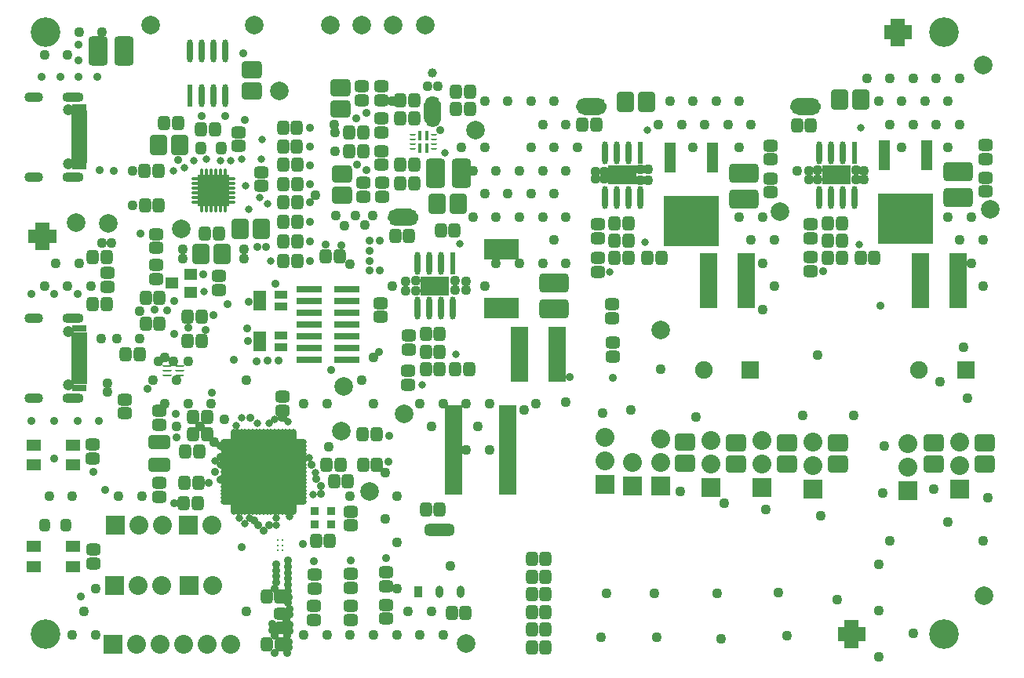
<source format=gbr>
%TF.GenerationSoftware,Altium Limited,Altium Designer,25.6.2 (33)*%
G04 Layer_Color=8388736*
%FSLAX45Y45*%
%MOMM*%
%TF.SameCoordinates,2E975FAE-7BB7-4674-B285-B64E5795C48D*%
%TF.FilePolarity,Negative*%
%TF.FileFunction,Soldermask,Top*%
%TF.Part,Single*%
G01*
G75*
%TA.AperFunction,SMDPad,CuDef*%
G04:AMPARAMS|DCode=12|XSize=1.3043mm|YSize=3.22213mm|CornerRadius=0.4565mm|HoleSize=0mm|Usage=FLASHONLY|Rotation=90.000|XOffset=0mm|YOffset=0mm|HoleType=Round|Shape=RoundedRectangle|*
%AMROUNDEDRECTD12*
21,1,1.30430,2.30912,0,0,90.0*
21,1,0.39129,3.22213,0,0,90.0*
1,1,0.91301,1.15456,0.19564*
1,1,0.91301,1.15456,-0.19564*
1,1,0.91301,-1.15456,-0.19564*
1,1,0.91301,-1.15456,0.19564*
%
%ADD12ROUNDEDRECTD12*%
G04:AMPARAMS|DCode=13|XSize=1.3043mm|YSize=0.91213mm|CornerRadius=0.45606mm|HoleSize=0mm|Usage=FLASHONLY|Rotation=90.000|XOffset=0mm|YOffset=0mm|HoleType=Round|Shape=RoundedRectangle|*
%AMROUNDEDRECTD13*
21,1,1.30430,0.00000,0,0,90.0*
21,1,0.39217,0.91213,0,0,90.0*
1,1,0.91213,0.00000,0.19608*
1,1,0.91213,0.00000,-0.19608*
1,1,0.91213,0.00000,-0.19608*
1,1,0.91213,0.00000,0.19608*
%
%ADD13ROUNDEDRECTD13*%
%ADD14R,0.91213X1.30430*%
G04:AMPARAMS|DCode=19|XSize=1.05mm|YSize=0.4mm|CornerRadius=0.05mm|HoleSize=0mm|Usage=FLASHONLY|Rotation=270.000|XOffset=0mm|YOffset=0mm|HoleType=Round|Shape=RoundedRectangle|*
%AMROUNDEDRECTD19*
21,1,1.05000,0.30000,0,0,270.0*
21,1,0.95000,0.40000,0,0,270.0*
1,1,0.10000,-0.15000,-0.47500*
1,1,0.10000,-0.15000,0.47500*
1,1,0.10000,0.15000,0.47500*
1,1,0.10000,0.15000,-0.47500*
%
%ADD19ROUNDEDRECTD19*%
G04:AMPARAMS|DCode=20|XSize=0.2mm|YSize=0.6mm|CornerRadius=0.05mm|HoleSize=0mm|Usage=FLASHONLY|Rotation=270.000|XOffset=0mm|YOffset=0mm|HoleType=Round|Shape=RoundedRectangle|*
%AMROUNDEDRECTD20*
21,1,0.20000,0.50000,0,0,270.0*
21,1,0.10000,0.60000,0,0,270.0*
1,1,0.10000,-0.25000,-0.05000*
1,1,0.10000,-0.25000,0.05000*
1,1,0.10000,0.25000,0.05000*
1,1,0.10000,0.25000,-0.05000*
%
%ADD20ROUNDEDRECTD20*%
G04:AMPARAMS|DCode=25|XSize=0.96535mm|YSize=0.23928mm|CornerRadius=0.11964mm|HoleSize=0mm|Usage=FLASHONLY|Rotation=180.000|XOffset=0mm|YOffset=0mm|HoleType=Round|Shape=RoundedRectangle|*
%AMROUNDEDRECTD25*
21,1,0.96535,0.00000,0,0,180.0*
21,1,0.72606,0.23928,0,0,180.0*
1,1,0.23928,-0.36303,0.00000*
1,1,0.23928,0.36303,0.00000*
1,1,0.23928,0.36303,0.00000*
1,1,0.23928,-0.36303,0.00000*
%
%ADD25ROUNDEDRECTD25*%
%ADD26R,0.96535X0.23928*%
%ADD27R,0.62213X2.47407*%
G04:AMPARAMS|DCode=28|XSize=2.47407mm|YSize=0.62213mm|CornerRadius=0.31107mm|HoleSize=0mm|Usage=FLASHONLY|Rotation=270.000|XOffset=0mm|YOffset=0mm|HoleType=Round|Shape=RoundedRectangle|*
%AMROUNDEDRECTD28*
21,1,2.47407,0.00000,0,0,270.0*
21,1,1.85193,0.62213,0,0,270.0*
1,1,0.62213,0.00000,-0.92597*
1,1,0.62213,0.00000,0.92597*
1,1,0.62213,0.00000,0.92597*
1,1,0.62213,0.00000,-0.92597*
%
%ADD28ROUNDEDRECTD28*%
%ADD29R,3.10000X2.02500*%
%ADD30C,0.12700*%
%ADD42R,0.62339X2.47407*%
G04:AMPARAMS|DCode=43|XSize=2.47407mm|YSize=0.62339mm|CornerRadius=0.31169mm|HoleSize=0mm|Usage=FLASHONLY|Rotation=90.000|XOffset=0mm|YOffset=0mm|HoleType=Round|Shape=RoundedRectangle|*
%AMROUNDEDRECTD43*
21,1,2.47407,0.00000,0,0,90.0*
21,1,1.85068,0.62339,0,0,90.0*
1,1,0.62339,0.00000,0.92534*
1,1,0.62339,0.00000,-0.92534*
1,1,0.62339,0.00000,-0.92534*
1,1,0.62339,0.00000,0.92534*
%
%ADD43ROUNDEDRECTD43*%
%TA.AperFunction,TestPad*%
G04:AMPARAMS|DCode=51|XSize=0.9mm|YSize=0.8mm|CornerRadius=0.04mm|HoleSize=0mm|Usage=FLASHONLY|Rotation=0.000|XOffset=0mm|YOffset=0mm|HoleType=Round|Shape=RoundedRectangle|*
%AMROUNDEDRECTD51*
21,1,0.90000,0.72000,0,0,0.0*
21,1,0.82000,0.80000,0,0,0.0*
1,1,0.08000,0.41000,-0.36000*
1,1,0.08000,-0.41000,-0.36000*
1,1,0.08000,-0.41000,0.36000*
1,1,0.08000,0.41000,0.36000*
%
%ADD51ROUNDEDRECTD51*%
%TA.AperFunction,SMDPad,CuDef*%
%ADD53R,2.79400X0.73660*%
%TA.AperFunction,ComponentPad*%
%ADD72C,3.20000*%
%ADD73C,2.03200*%
%ADD74R,2.03200X2.03200*%
%ADD80R,2.03200X2.03200*%
%TA.AperFunction,ViaPad*%
%ADD85C,0.45720*%
%TA.AperFunction,NonConductor*%
%ADD86C,1.01600*%
%ADD105C,0.30480*%
%ADD106R,1.52400X1.52400*%
%ADD107R,0.20000X0.20000*%
%TA.AperFunction,SMDPad,CuDef*%
G04:AMPARAMS|DCode=108|XSize=1.308mm|YSize=1.508mm|CornerRadius=0.354mm|HoleSize=0mm|Usage=FLASHONLY|Rotation=180.000|XOffset=0mm|YOffset=0mm|HoleType=Round|Shape=RoundedRectangle|*
%AMROUNDEDRECTD108*
21,1,1.30800,0.80000,0,0,180.0*
21,1,0.60000,1.50800,0,0,180.0*
1,1,0.70800,-0.30000,0.40000*
1,1,0.70800,0.30000,0.40000*
1,1,0.70800,0.30000,-0.40000*
1,1,0.70800,-0.30000,-0.40000*
%
%ADD108ROUNDEDRECTD108*%
G04:AMPARAMS|DCode=109|XSize=1.308mm|YSize=1.508mm|CornerRadius=0.354mm|HoleSize=0mm|Usage=FLASHONLY|Rotation=270.000|XOffset=0mm|YOffset=0mm|HoleType=Round|Shape=RoundedRectangle|*
%AMROUNDEDRECTD109*
21,1,1.30800,0.80000,0,0,270.0*
21,1,0.60000,1.50800,0,0,270.0*
1,1,0.70800,-0.40000,-0.30000*
1,1,0.70800,-0.40000,0.30000*
1,1,0.70800,0.40000,0.30000*
1,1,0.70800,0.40000,-0.30000*
%
%ADD109ROUNDEDRECTD109*%
%ADD110R,6.90800X6.90800*%
%ADD111O,0.70800X1.50800*%
%ADD112O,1.50800X0.70800*%
%TA.AperFunction,ConnectorPad*%
%ADD113R,1.55800X1.15800*%
%TA.AperFunction,SMDPad,CuDef*%
%ADD114R,1.93800X6.00800*%
G04:AMPARAMS|DCode=115|XSize=2.108mm|YSize=3.208mm|CornerRadius=0.454mm|HoleSize=0mm|Usage=FLASHONLY|Rotation=270.000|XOffset=0mm|YOffset=0mm|HoleType=Round|Shape=RoundedRectangle|*
%AMROUNDEDRECTD115*
21,1,2.10800,2.30000,0,0,270.0*
21,1,1.20000,3.20800,0,0,270.0*
1,1,0.90800,-1.15000,-0.60000*
1,1,0.90800,-1.15000,0.60000*
1,1,0.90800,1.15000,0.60000*
1,1,0.90800,1.15000,-0.60000*
%
%ADD115ROUNDEDRECTD115*%
G04:AMPARAMS|DCode=116|XSize=1.908mm|YSize=2.208mm|CornerRadius=0.429mm|HoleSize=0mm|Usage=FLASHONLY|Rotation=180.000|XOffset=0mm|YOffset=0mm|HoleType=Round|Shape=RoundedRectangle|*
%AMROUNDEDRECTD116*
21,1,1.90800,1.35000,0,0,180.0*
21,1,1.05000,2.20800,0,0,180.0*
1,1,0.85800,-0.52500,0.67500*
1,1,0.85800,0.52500,0.67500*
1,1,0.85800,0.52500,-0.67500*
1,1,0.85800,-0.52500,-0.67500*
%
%ADD116ROUNDEDRECTD116*%
%ADD117R,3.70800X2.22800*%
%ADD118R,1.78000X0.88000*%
%ADD119R,1.64000X0.74000*%
%ADD120R,1.78000X0.58000*%
G04:AMPARAMS|DCode=121|XSize=1.908mm|YSize=2.208mm|CornerRadius=0.429mm|HoleSize=0mm|Usage=FLASHONLY|Rotation=90.000|XOffset=0mm|YOffset=0mm|HoleType=Round|Shape=RoundedRectangle|*
%AMROUNDEDRECTD121*
21,1,1.90800,1.35000,0,0,90.0*
21,1,1.05000,2.20800,0,0,90.0*
1,1,0.85800,0.67500,0.52500*
1,1,0.85800,0.67500,-0.52500*
1,1,0.85800,-0.67500,-0.52500*
1,1,0.85800,-0.67500,0.52500*
%
%ADD121ROUNDEDRECTD121*%
%ADD122R,3.35000X3.35000*%
G04:AMPARAMS|DCode=123|XSize=0.35mm|YSize=0.85mm|CornerRadius=0.1125mm|HoleSize=0mm|Usage=FLASHONLY|Rotation=180.000|XOffset=0mm|YOffset=0mm|HoleType=Round|Shape=RoundedRectangle|*
%AMROUNDEDRECTD123*
21,1,0.35000,0.62500,0,0,180.0*
21,1,0.12500,0.85000,0,0,180.0*
1,1,0.22500,-0.06250,0.31250*
1,1,0.22500,0.06250,0.31250*
1,1,0.22500,0.06250,-0.31250*
1,1,0.22500,-0.06250,-0.31250*
%
%ADD123ROUNDEDRECTD123*%
G04:AMPARAMS|DCode=124|XSize=0.35mm|YSize=0.85mm|CornerRadius=0.1125mm|HoleSize=0mm|Usage=FLASHONLY|Rotation=270.000|XOffset=0mm|YOffset=0mm|HoleType=Round|Shape=RoundedRectangle|*
%AMROUNDEDRECTD124*
21,1,0.35000,0.62500,0,0,270.0*
21,1,0.12500,0.85000,0,0,270.0*
1,1,0.22500,-0.31250,-0.06250*
1,1,0.22500,-0.31250,0.06250*
1,1,0.22500,0.31250,0.06250*
1,1,0.22500,0.31250,-0.06250*
%
%ADD124ROUNDEDRECTD124*%
G04:AMPARAMS|DCode=125|XSize=2.108mm|YSize=3.208mm|CornerRadius=0.454mm|HoleSize=0mm|Usage=FLASHONLY|Rotation=0.000|XOffset=0mm|YOffset=0mm|HoleType=Round|Shape=RoundedRectangle|*
%AMROUNDEDRECTD125*
21,1,2.10800,2.30000,0,0,0.0*
21,1,1.20000,3.20800,0,0,0.0*
1,1,0.90800,0.60000,-1.15000*
1,1,0.90800,-0.60000,-1.15000*
1,1,0.90800,-0.60000,1.15000*
1,1,0.90800,0.60000,1.15000*
%
%ADD125ROUNDEDRECTD125*%
G04:AMPARAMS|DCode=126|XSize=1.138mm|YSize=1.338mm|CornerRadius=0.33275mm|HoleSize=0mm|Usage=FLASHONLY|Rotation=0.000|XOffset=0mm|YOffset=0mm|HoleType=Round|Shape=RoundedRectangle|*
%AMROUNDEDRECTD126*
21,1,1.13800,0.67250,0,0,0.0*
21,1,0.47250,1.33800,0,0,0.0*
1,1,0.66550,0.23625,-0.33625*
1,1,0.66550,-0.23625,-0.33625*
1,1,0.66550,-0.23625,0.33625*
1,1,0.66550,0.23625,0.33625*
%
%ADD126ROUNDEDRECTD126*%
%ADD127R,1.40800X1.30800*%
%ADD128R,1.85800X0.90800*%
%ADD129R,1.85800X1.10800*%
%ADD130R,1.30800X3.20800*%
%ADD131R,6.00800X5.50800*%
G04:AMPARAMS|DCode=132|XSize=1.508mm|YSize=2.308mm|CornerRadius=0.304mm|HoleSize=0mm|Usage=FLASHONLY|Rotation=90.000|XOffset=0mm|YOffset=0mm|HoleType=Round|Shape=RoundedRectangle|*
%AMROUNDEDRECTD132*
21,1,1.50800,1.70000,0,0,90.0*
21,1,0.90000,2.30800,0,0,90.0*
1,1,0.60800,0.85000,0.45000*
1,1,0.60800,0.85000,-0.45000*
1,1,0.60800,-0.85000,-0.45000*
1,1,0.60800,-0.85000,0.45000*
%
%ADD132ROUNDEDRECTD132*%
%ADD133R,1.40800X0.90800*%
%TA.AperFunction,ComponentPad*%
%ADD134C,2.00800*%
%ADD135R,1.90800X1.90800*%
%ADD136C,1.90800*%
%ADD137C,1.20000*%
%ADD138O,2.30000X1.10000*%
%ADD139O,2.00000X1.10000*%
%TA.AperFunction,ViaPad*%
%ADD140C,0.90800*%
%ADD141C,1.10800*%
%ADD142C,1.00800*%
%ADD143C,0.80800*%
G36*
X9575000Y6075000D02*
X9650000D01*
Y5925000D01*
X9575000D01*
Y5850000D01*
X9425000D01*
Y5925000D01*
X9350000D01*
Y6075000D01*
X9425000D01*
Y6150000D01*
X9575000D01*
Y6075000D01*
D02*
G37*
G36*
X342414Y3870371D02*
X417414D01*
Y3720371D01*
X342414D01*
Y3645371D01*
X192414D01*
Y3720371D01*
X117414D01*
Y3870371D01*
X192414D01*
Y3945371D01*
X342414D01*
Y3870371D01*
D02*
G37*
G36*
X9075000Y-425000D02*
X9150000D01*
Y-575000D01*
X9075000D01*
Y-650000D01*
X8925000D01*
Y-575000D01*
X8850000D01*
Y-425000D01*
X8925000D01*
Y-350000D01*
X9075000D01*
Y-425000D01*
D02*
G37*
D12*
X4555000Y627853D02*
D03*
D13*
X4784000Y-41146D02*
D03*
X4555000D02*
D03*
D14*
X4326000D02*
D03*
D19*
X4414912Y4885871D02*
D03*
X4344912D02*
D03*
Y4750871D02*
D03*
X4414912D02*
D03*
D20*
X4264912Y4893371D02*
D03*
Y4843371D02*
D03*
Y4793371D02*
D03*
Y4743371D02*
D03*
X4494912Y4893371D02*
D03*
Y4843371D02*
D03*
Y4793371D02*
D03*
Y4743371D02*
D03*
D25*
X1611356Y2295000D02*
D03*
Y2345000D02*
D03*
Y2395000D02*
D03*
X1752069D02*
D03*
Y2345000D02*
D03*
D26*
Y2295000D02*
D03*
D27*
X4693560Y3504166D02*
D03*
X6720500Y4701607D02*
D03*
X9030500D02*
D03*
D28*
X4566560Y3504166D02*
D03*
X4439560D02*
D03*
X4312560D02*
D03*
Y3020953D02*
D03*
X4439560D02*
D03*
X4566560D02*
D03*
X4693560D02*
D03*
X6593500Y4701607D02*
D03*
X6466500D02*
D03*
X6339500D02*
D03*
Y4218393D02*
D03*
X6466500D02*
D03*
X6593500D02*
D03*
X6720500D02*
D03*
X8903500Y4701607D02*
D03*
X8776500D02*
D03*
X8649500D02*
D03*
Y4218393D02*
D03*
X8776500D02*
D03*
X8903500D02*
D03*
X9030500D02*
D03*
D29*
X4503060Y3262560D02*
D03*
X6530000Y4460000D02*
D03*
X8840000D02*
D03*
D30*
X4058313Y4000000D02*
D03*
X4261513D02*
D03*
X4480300Y5041373D02*
D03*
Y5244573D02*
D03*
X6294528Y5200123D02*
D03*
X6091328D02*
D03*
X8604528D02*
D03*
X8401328D02*
D03*
D42*
X1862481Y5314745D02*
D03*
D43*
X1989481D02*
D03*
X2116481D02*
D03*
X2243481D02*
D03*
Y5797958D02*
D03*
X2116481D02*
D03*
X1989481D02*
D03*
X1862481D02*
D03*
D51*
X3203673Y683541D02*
D03*
X3388673D02*
D03*
X3203673Y828541D02*
D03*
X3388673D02*
D03*
D53*
X3151712Y3228250D02*
D03*
X3558112D02*
D03*
X3151712Y3101250D02*
D03*
X3558112D02*
D03*
X3151712Y2974250D02*
D03*
X3558112D02*
D03*
X3151712Y2847250D02*
D03*
X3558112D02*
D03*
X3151712Y2720250D02*
D03*
X3558112D02*
D03*
X3151712Y2593250D02*
D03*
X3558112D02*
D03*
X3151712Y2466250D02*
D03*
X3558112D02*
D03*
D72*
X302747Y-499994D02*
D03*
X300000Y6000000D02*
D03*
X10000000D02*
D03*
Y-500000D02*
D03*
D73*
X2108586Y26254D02*
D03*
X1554390D02*
D03*
X1300390D02*
D03*
X2100695Y674137D02*
D03*
X1563057Y680688D02*
D03*
X1309057D02*
D03*
X2302695Y-610006D02*
D03*
X2048695D02*
D03*
X1794695D02*
D03*
X1540695D02*
D03*
X1286695D02*
D03*
X10164062Y1570269D02*
D03*
Y1316269D02*
D03*
X9608463Y1560269D02*
D03*
Y1306269D02*
D03*
X8579212Y1572361D02*
D03*
Y1318361D02*
D03*
X8028904Y1589030D02*
D03*
Y1335030D02*
D03*
X7478904Y1594029D02*
D03*
Y1340029D02*
D03*
X6939904Y1609529D02*
D03*
Y1355529D02*
D03*
X6636904Y1351151D02*
D03*
X6342500Y1626173D02*
D03*
Y1372173D02*
D03*
D74*
X1854586Y26254D02*
D03*
X1046390D02*
D03*
X1846695Y674137D02*
D03*
X1055057Y680688D02*
D03*
X1032695Y-610006D02*
D03*
D80*
X10164062Y1062269D02*
D03*
X9608463Y1052269D02*
D03*
X8579212Y1064361D02*
D03*
X8028904Y1081030D02*
D03*
X7478904Y1086029D02*
D03*
X6939904Y1101529D02*
D03*
X6636904Y1097151D02*
D03*
X6342500Y1118173D02*
D03*
D85*
X4414912Y4778371D02*
D03*
Y4858371D02*
D03*
X4344912D02*
D03*
Y4778371D02*
D03*
D86*
X4124353Y4000000D02*
G03*
X4124353Y4000000I-40640J0D01*
G01*
X4276753D02*
G03*
X4276753Y4000000I-40640J0D01*
G01*
X4520940Y5066773D02*
G03*
X4520940Y5066773I-40640J0D01*
G01*
Y5219173D02*
G03*
X4520940Y5219173I-40640J0D01*
G01*
X6309768Y5200123D02*
G03*
X6309768Y5200123I-40640J0D01*
G01*
X6157368D02*
G03*
X6157368Y5200123I-40640J0D01*
G01*
X8619768D02*
G03*
X8619768Y5200123I-40640J0D01*
G01*
X8467368D02*
G03*
X8467368Y5200123I-40640J0D01*
G01*
D105*
X4083713Y3923800D02*
X4236113D01*
X4083713Y4076200D02*
X4236113D01*
X4556500Y5066773D02*
Y5219173D01*
X4404100Y5066773D02*
Y5219173D01*
X6116728Y5276323D02*
X6269128D01*
X6116728Y5123923D02*
X6269128D01*
X8426728Y5276323D02*
X8579128D01*
X8426728Y5123923D02*
X8579128D01*
D106*
X4159939Y3999999D02*
D03*
X4480235Y5142992D02*
D03*
X6192935Y5200123D02*
D03*
X8502931Y5200124D02*
D03*
D107*
X2806283Y401736D02*
D03*
Y460436D02*
D03*
Y519136D02*
D03*
X2856283Y401736D02*
D03*
Y460436D02*
D03*
Y519136D02*
D03*
D108*
X4555000Y850000D02*
D03*
X4405000D02*
D03*
X4835000Y-270000D02*
D03*
X4685000D02*
D03*
X3878662Y1331139D02*
D03*
X3728662D02*
D03*
X3875000Y1658639D02*
D03*
X3725000D02*
D03*
X4555000Y2550000D02*
D03*
X4405000D02*
D03*
X4555000Y2360000D02*
D03*
X4405000D02*
D03*
X4555000Y2740000D02*
D03*
X4405000D02*
D03*
X4074912Y3804750D02*
D03*
X4224912D02*
D03*
X4875000Y2360000D02*
D03*
X4725000D02*
D03*
X4717500Y3857500D02*
D03*
X4567500D02*
D03*
X4129912Y5268371D02*
D03*
X4279912D02*
D03*
X4129912Y5068371D02*
D03*
X4279912D02*
D03*
X1734912Y5020371D02*
D03*
X1584912D02*
D03*
X1979912Y4950371D02*
D03*
X2129912D02*
D03*
X2172412Y3830371D02*
D03*
X2022412D02*
D03*
X1985000Y2926500D02*
D03*
X1835000D02*
D03*
X1985000Y2662500D02*
D03*
X1835000D02*
D03*
X1384056Y2850000D02*
D03*
X1534056D02*
D03*
X1384056Y3130000D02*
D03*
X1534056D02*
D03*
X1519577Y4505371D02*
D03*
X1369577D02*
D03*
X1525968Y4131589D02*
D03*
X1375968D02*
D03*
X3014912Y4972871D02*
D03*
X2864912D02*
D03*
X3017413Y4163789D02*
D03*
X2867413D02*
D03*
X2864912Y4765371D02*
D03*
X3014912D02*
D03*
X2867412Y3951289D02*
D03*
X3017412D02*
D03*
X3019912Y4567871D02*
D03*
X2869912D02*
D03*
X3017412Y3741288D02*
D03*
X2867412D02*
D03*
X2869912Y4362872D02*
D03*
X3019912D02*
D03*
X2867412Y3526289D02*
D03*
X3017412D02*
D03*
X5550000Y-640000D02*
D03*
X5700000D02*
D03*
X5550000Y-450000D02*
D03*
X5700000D02*
D03*
X5550000Y-260000D02*
D03*
X5700000D02*
D03*
X5550000Y-70000D02*
D03*
X5700000D02*
D03*
X5550000Y120000D02*
D03*
X5700000D02*
D03*
X5550000Y310000D02*
D03*
X5700000D02*
D03*
X2842654Y-610006D02*
D03*
X2692654D02*
D03*
X2837653Y-93636D02*
D03*
X2687654D02*
D03*
X4129912Y4568371D02*
D03*
X4279912D02*
D03*
Y4368371D02*
D03*
X4129912D02*
D03*
X3324383Y3580000D02*
D03*
X3474383D02*
D03*
X3729912Y4718371D02*
D03*
X3579912D02*
D03*
X4730000Y5170000D02*
D03*
X4880000D02*
D03*
X4730000Y5360000D02*
D03*
X4880000D02*
D03*
X3729912Y4918371D02*
D03*
X3579912D02*
D03*
X6795000Y3560000D02*
D03*
X6945000D02*
D03*
X9097683D02*
D03*
X9247683D02*
D03*
X6445000D02*
D03*
X6595000D02*
D03*
X8745000D02*
D03*
X8895000D02*
D03*
X6243917Y5000000D02*
D03*
X6093917D02*
D03*
X6440000Y3750000D02*
D03*
X6590000D02*
D03*
X6440000Y3940000D02*
D03*
X6590000D02*
D03*
X8560000Y4991953D02*
D03*
X8410000D02*
D03*
X8745000Y3750000D02*
D03*
X8895000D02*
D03*
X8745000Y3940000D02*
D03*
X8895000D02*
D03*
X3337382Y1331139D02*
D03*
X3487382D02*
D03*
X2048695Y1658639D02*
D03*
X1898695D02*
D03*
X2048695Y1844138D02*
D03*
X1898695D02*
D03*
X3416264Y1148132D02*
D03*
X3566264D02*
D03*
X1942412Y916138D02*
D03*
X1792412D02*
D03*
X1949840Y1131138D02*
D03*
X1799840D02*
D03*
X3221173Y504188D02*
D03*
X3371173D02*
D03*
X1961086Y1476139D02*
D03*
X1811086D02*
D03*
X964911Y3572522D02*
D03*
X814912D02*
D03*
X964911Y3066250D02*
D03*
X814912D02*
D03*
X1167263Y2525000D02*
D03*
X1317263D02*
D03*
D109*
X10450000Y4632435D02*
D03*
Y4782435D02*
D03*
X8130000Y4628393D02*
D03*
Y4778393D02*
D03*
X6425000Y2650000D02*
D03*
Y2500000D02*
D03*
X3204251Y-5163D02*
D03*
Y144837D02*
D03*
X3973156Y164837D02*
D03*
Y14837D02*
D03*
X3596173Y148583D02*
D03*
Y-1417D02*
D03*
X3973156Y-183746D02*
D03*
Y-333746D02*
D03*
X3199847Y-199054D02*
D03*
Y-349054D02*
D03*
X3596173Y-195308D02*
D03*
Y-345308D02*
D03*
X813706Y1544680D02*
D03*
Y1394680D02*
D03*
X4218127Y2345000D02*
D03*
Y2195000D02*
D03*
X4220000Y2575000D02*
D03*
Y2725000D02*
D03*
X1494912Y3485372D02*
D03*
Y3335372D02*
D03*
Y3821289D02*
D03*
Y3671289D02*
D03*
X3924912Y5268371D02*
D03*
Y5418371D02*
D03*
X3934912Y4373371D02*
D03*
Y4223371D02*
D03*
X2634912Y4340372D02*
D03*
Y4490372D02*
D03*
X3714912Y5268371D02*
D03*
Y5418371D02*
D03*
X2384912Y4770372D02*
D03*
Y4920372D02*
D03*
X2172412Y3215372D02*
D03*
Y3365371D02*
D03*
X2842656Y-428615D02*
D03*
Y-278615D02*
D03*
X3734912Y4223371D02*
D03*
Y4373371D02*
D03*
X3929912Y4568371D02*
D03*
Y4718371D02*
D03*
Y5068371D02*
D03*
Y4918371D02*
D03*
X6260000Y3410000D02*
D03*
Y3560000D02*
D03*
X8560000Y3422440D02*
D03*
Y3572440D02*
D03*
X6260000Y3925000D02*
D03*
Y3775000D02*
D03*
X8560000Y3925000D02*
D03*
Y3775000D02*
D03*
X2856283Y1916645D02*
D03*
Y2066645D02*
D03*
X10450000Y4280000D02*
D03*
Y4430000D02*
D03*
X8130000Y4272440D02*
D03*
Y4422440D02*
D03*
X6419484Y3060000D02*
D03*
Y2910000D02*
D03*
X817212Y414188D02*
D03*
Y264188D02*
D03*
X3596173Y824137D02*
D03*
Y674137D02*
D03*
X1534057Y1758613D02*
D03*
Y1908613D02*
D03*
X1527545Y1131138D02*
D03*
Y981138D02*
D03*
X972712Y3400660D02*
D03*
Y3250660D02*
D03*
X1160000Y2035000D02*
D03*
Y1885000D02*
D03*
X3914912Y3075000D02*
D03*
Y2925000D02*
D03*
D110*
X2656283Y1251138D02*
D03*
D111*
X2336283Y1638639D02*
D03*
X2376283D02*
D03*
X2416283D02*
D03*
X2456283D02*
D03*
X2496283D02*
D03*
X2536283D02*
D03*
X2576283D02*
D03*
X2616283D02*
D03*
X2656283D02*
D03*
X2696283D02*
D03*
X2736283D02*
D03*
X2776283D02*
D03*
X2816283D02*
D03*
X2856283D02*
D03*
X2896283D02*
D03*
X2936283D02*
D03*
X2976283D02*
D03*
Y863639D02*
D03*
X2936283D02*
D03*
X2896283D02*
D03*
X2856283D02*
D03*
X2816283D02*
D03*
X2776283D02*
D03*
X2736283D02*
D03*
X2696283D02*
D03*
X2656283D02*
D03*
X2616283D02*
D03*
X2576283D02*
D03*
X2536283D02*
D03*
X2496283D02*
D03*
X2456283D02*
D03*
X2416283D02*
D03*
X2376283D02*
D03*
X2336283D02*
D03*
D112*
X3043783Y1571139D02*
D03*
Y1531139D02*
D03*
Y1491138D02*
D03*
Y1451139D02*
D03*
Y1411139D02*
D03*
Y1371138D02*
D03*
Y1331139D02*
D03*
Y1291139D02*
D03*
Y1251138D02*
D03*
Y1211139D02*
D03*
Y1171139D02*
D03*
Y1131139D02*
D03*
Y1091139D02*
D03*
Y1051139D02*
D03*
Y1011139D02*
D03*
Y971139D02*
D03*
Y931139D02*
D03*
X2268783D02*
D03*
Y971139D02*
D03*
Y1011139D02*
D03*
Y1051139D02*
D03*
Y1091139D02*
D03*
Y1131139D02*
D03*
Y1171139D02*
D03*
Y1211139D02*
D03*
Y1251138D02*
D03*
Y1291139D02*
D03*
Y1331139D02*
D03*
Y1371138D02*
D03*
Y1411139D02*
D03*
Y1451139D02*
D03*
Y1491138D02*
D03*
Y1531139D02*
D03*
Y1571139D02*
D03*
D113*
X179913Y1541138D02*
D03*
X594912D02*
D03*
X179913Y1326139D02*
D03*
X594912D02*
D03*
X179913Y445409D02*
D03*
X594912D02*
D03*
X179913Y230409D02*
D03*
X594912D02*
D03*
D114*
X5822000Y2520000D02*
D03*
X5418000D02*
D03*
X7456000Y3320000D02*
D03*
X7860000D02*
D03*
X9744280D02*
D03*
X10148280D02*
D03*
D115*
X5790000Y3010000D02*
D03*
Y3290000D02*
D03*
X7840000Y4480000D02*
D03*
Y4200000D02*
D03*
X10148280Y4498393D02*
D03*
Y4218393D02*
D03*
D116*
X4528200Y4148371D02*
D03*
X4756800D02*
D03*
X8872640Y5276323D02*
D03*
X9101240D02*
D03*
X6562640Y5252500D02*
D03*
X6791240D02*
D03*
X1520612Y4785371D02*
D03*
X1749212D02*
D03*
X1983112Y3605371D02*
D03*
X2211712D02*
D03*
X2629212Y3880371D02*
D03*
X2400612D02*
D03*
D117*
X5220000Y3020000D02*
D03*
Y3660000D02*
D03*
D118*
X669912Y5110372D02*
D03*
Y4630371D02*
D03*
X669913Y2720000D02*
D03*
Y2240000D02*
D03*
D119*
X669912Y5190372D02*
D03*
Y4550371D02*
D03*
X669913Y2800000D02*
D03*
Y2160000D02*
D03*
D120*
X669912Y5045371D02*
D03*
Y4995372D02*
D03*
Y4945372D02*
D03*
Y4695372D02*
D03*
Y4745372D02*
D03*
Y4795371D02*
D03*
Y4845372D02*
D03*
Y4895371D02*
D03*
X669913Y2655000D02*
D03*
Y2605000D02*
D03*
Y2555000D02*
D03*
Y2305000D02*
D03*
Y2355000D02*
D03*
Y2405000D02*
D03*
Y2455000D02*
D03*
Y2505000D02*
D03*
D121*
X2530000Y5594300D02*
D03*
Y5365700D02*
D03*
X3484912Y5396971D02*
D03*
Y5168371D02*
D03*
X10435183Y1562569D02*
D03*
Y1333969D02*
D03*
X9885183Y1562569D02*
D03*
Y1333969D02*
D03*
X8853904Y1565952D02*
D03*
Y1337352D02*
D03*
X8301587Y1569696D02*
D03*
Y1341096D02*
D03*
X7753904Y1565952D02*
D03*
Y1337352D02*
D03*
X7203904Y1570951D02*
D03*
Y1342351D02*
D03*
X3504912Y4468371D02*
D03*
Y4239771D02*
D03*
D122*
X2116481Y4290372D02*
D03*
D123*
X2241481Y4095372D02*
D03*
X2191481D02*
D03*
X2141481D02*
D03*
X2091481D02*
D03*
X2041481D02*
D03*
X1991481D02*
D03*
Y4485372D02*
D03*
X2041481D02*
D03*
X2091481D02*
D03*
X2141481D02*
D03*
X2191481D02*
D03*
X2241481D02*
D03*
D124*
X1921481Y4165372D02*
D03*
Y4215372D02*
D03*
Y4265371D02*
D03*
Y4315372D02*
D03*
Y4365372D02*
D03*
Y4415372D02*
D03*
X2311481D02*
D03*
Y4365372D02*
D03*
Y4315372D02*
D03*
Y4265371D02*
D03*
Y4215372D02*
D03*
Y4165372D02*
D03*
D125*
X1149912Y5795371D02*
D03*
X869912D02*
D03*
X4790000Y4480019D02*
D03*
X4510000D02*
D03*
D126*
X2198912Y4750371D02*
D03*
X1975912D02*
D03*
X518956Y680688D02*
D03*
X295956D02*
D03*
D127*
X1867412Y3195372D02*
D03*
Y3385371D02*
D03*
X1667412Y3290372D02*
D03*
D128*
X4707499Y1264137D02*
D03*
Y1199137D02*
D03*
Y1134137D02*
D03*
Y1329138D02*
D03*
Y1394138D02*
D03*
X5292499D02*
D03*
Y1329138D02*
D03*
Y1134137D02*
D03*
Y1199137D02*
D03*
Y1264137D02*
D03*
Y1459138D02*
D03*
Y1524138D02*
D03*
Y1589138D02*
D03*
Y1654138D02*
D03*
Y1849139D02*
D03*
Y1784138D02*
D03*
Y1719138D02*
D03*
X4707499D02*
D03*
Y1784138D02*
D03*
Y1849139D02*
D03*
Y1654138D02*
D03*
Y1589138D02*
D03*
Y1524138D02*
D03*
Y1459138D02*
D03*
D129*
X5292499Y1059137D02*
D03*
Y1924138D02*
D03*
X4707499D02*
D03*
Y1059137D02*
D03*
D130*
X7500000Y4645000D02*
D03*
X7040000D02*
D03*
X9810000Y4670000D02*
D03*
X9350000D02*
D03*
D131*
X7270000Y3960000D02*
D03*
X9580000Y3985000D02*
D03*
D132*
X1534057Y1326139D02*
D03*
Y1576139D02*
D03*
D133*
X2618313Y3166250D02*
D03*
Y3101250D02*
D03*
Y3036250D02*
D03*
X2843313D02*
D03*
Y3166250D02*
D03*
X2618313Y2727500D02*
D03*
Y2662500D02*
D03*
Y2597500D02*
D03*
X2843313D02*
D03*
Y2727500D02*
D03*
D134*
X10416440Y5647440D02*
D03*
X10430000Y-83910D02*
D03*
X4840000Y-600000D02*
D03*
X6939904Y2785000D02*
D03*
X2554913Y6075156D02*
D03*
X1434065D02*
D03*
X2823006Y5365700D02*
D03*
X978033Y3935931D02*
D03*
X1766667Y3875000D02*
D03*
X3373223Y6075156D02*
D03*
X4050000D02*
D03*
X3714912D02*
D03*
X4404100D02*
D03*
X4168143Y1879824D02*
D03*
X3803662Y1044851D02*
D03*
X3491264Y1693058D02*
D03*
X4938290Y4943371D02*
D03*
X3524073Y2178717D02*
D03*
X8230000Y4060000D02*
D03*
X10500000Y4087440D02*
D03*
X630584Y3945371D02*
D03*
D135*
X7908000Y2349992D02*
D03*
X10230000D02*
D03*
D136*
X7408000D02*
D03*
X9730000D02*
D03*
D137*
X544912Y4580372D02*
D03*
Y5160371D02*
D03*
X544913Y2190000D02*
D03*
Y2770000D02*
D03*
D138*
X594912Y5302872D02*
D03*
Y4437871D02*
D03*
X594912Y2912500D02*
D03*
Y2047500D02*
D03*
D139*
X174912Y4437871D02*
D03*
Y5302872D02*
D03*
X174913Y2047500D02*
D03*
Y2912500D02*
D03*
D140*
X3154831Y3526289D02*
D03*
Y3741288D02*
D03*
Y3951289D02*
D03*
X3387447Y2352796D02*
D03*
X2456848Y5055371D02*
D03*
X4011014Y1640865D02*
D03*
X3764912Y5128371D02*
D03*
X3664929Y4569971D02*
D03*
X3764912Y4508371D02*
D03*
X4005532Y1362334D02*
D03*
X3654912Y5068371D02*
D03*
X3324383Y3707102D02*
D03*
X2132764Y1255579D02*
D03*
X2062412Y1134083D02*
D03*
X3276359Y1098148D02*
D03*
X2601283Y677901D02*
D03*
X2711973Y672576D02*
D03*
X2656283Y618131D02*
D03*
X2420000Y440000D02*
D03*
X2550853Y728206D02*
D03*
X3221173Y1174324D02*
D03*
X3276359Y1013032D02*
D03*
X2516347Y1832864D02*
D03*
X1709447Y1879824D02*
D03*
X1715433Y1626173D02*
D03*
X817212Y1255579D02*
D03*
X2489912Y2663581D02*
D03*
X4559194Y4946931D02*
D03*
X2494813Y3091294D02*
D03*
X5960000Y2277957D02*
D03*
X8690812Y3422440D02*
D03*
X9310000Y3050000D02*
D03*
X1693371Y916041D02*
D03*
X3973156Y320901D02*
D03*
X3199847Y287386D02*
D03*
X687412Y-93636D02*
D03*
X2746870Y-391942D02*
D03*
X2745542Y-457328D02*
D03*
X2778598Y-513759D02*
D03*
X2778598Y-701560D02*
D03*
X2906709Y-707511D02*
D03*
X2929767Y-646311D02*
D03*
Y-580911D02*
D03*
X2906709Y-519711D02*
D03*
X2938936Y-462803D02*
D03*
X2939528Y-397405D02*
D03*
X2900369Y-345025D02*
D03*
X2792228Y253653D02*
D03*
Y188253D02*
D03*
Y122853D02*
D03*
Y57453D02*
D03*
X2777663Y-6305D02*
D03*
X2939769Y-291402D02*
D03*
X2934311Y-226230D02*
D03*
X2914880Y-163783D02*
D03*
X2924767Y-99135D02*
D03*
X2920398Y-33881D02*
D03*
X2920338Y31519D02*
D03*
Y96919D02*
D03*
Y162319D02*
D03*
Y227719D02*
D03*
Y293119D02*
D03*
X3491264Y3696221D02*
D03*
X3800000Y3750000D02*
D03*
X3173695Y1331139D02*
D03*
X3596173Y298036D02*
D03*
X1731712Y4619031D02*
D03*
X2243481Y5096938D02*
D03*
X2434896Y5770000D02*
D03*
X1330679Y3823788D02*
D03*
X1690000Y2745000D02*
D03*
X2331481Y2466250D02*
D03*
X2114912Y4190372D02*
D03*
X2014912Y4290372D02*
D03*
Y4390371D02*
D03*
X1839555Y2809982D02*
D03*
X1400000Y2148717D02*
D03*
X1475570Y3005000D02*
D03*
X1690000Y3100371D02*
D03*
X1616557Y3000000D02*
D03*
X2032231Y2788250D02*
D03*
X2193783Y1531139D02*
D03*
Y1411139D02*
D03*
X2101781Y2110000D02*
D03*
X2116481Y2943910D02*
D03*
X397412Y1394680D02*
D03*
X946237Y1056139D02*
D03*
X2193783Y1171299D02*
D03*
X3800000Y3530000D02*
D03*
Y3640000D02*
D03*
X3910000Y3430000D02*
D03*
X3800000D02*
D03*
X3910000Y3750000D02*
D03*
X2576283Y2442421D02*
D03*
X875000Y1800000D02*
D03*
X650000D02*
D03*
X400000D02*
D03*
X150000D02*
D03*
X650000Y3175000D02*
D03*
X400000D02*
D03*
X150000D02*
D03*
X2270110Y3060000D02*
D03*
X2481727Y2802500D02*
D03*
X2780813Y3285413D02*
D03*
X2696283Y2455000D02*
D03*
X2821283D02*
D03*
X3083880Y475438D02*
D03*
X3904912Y2550000D02*
D03*
X6425000Y2270000D02*
D03*
X2004912Y3385371D02*
D03*
X2584912Y3680372D02*
D03*
X2684912D02*
D03*
X3157331Y4564432D02*
D03*
X859912Y5520371D02*
D03*
X659912D02*
D03*
Y5695372D02*
D03*
Y5870372D02*
D03*
X459912Y5520371D02*
D03*
X3152331Y4765371D02*
D03*
X3157331Y4362872D02*
D03*
X3154831Y4163789D02*
D03*
X3152331Y4972871D02*
D03*
X2114912Y4290372D02*
D03*
X2214912D02*
D03*
Y4190372D02*
D03*
X2014912D02*
D03*
X2114912Y4390371D02*
D03*
X2214912D02*
D03*
X1989481Y5098851D02*
D03*
X259912Y5520371D02*
D03*
X889912Y4509972D02*
D03*
X1037712Y4505371D02*
D03*
D141*
X3591840Y3492619D02*
D03*
X3360000Y1520000D02*
D03*
X4670000Y240000D02*
D03*
X4041439Y5255419D02*
D03*
X3841840Y2492619D02*
D03*
X4723353Y3215372D02*
D03*
X4720000Y3314817D02*
D03*
X4537450Y5418371D02*
D03*
X3841840Y1992619D02*
D03*
X3716840Y2242619D02*
D03*
X4466840Y1742619D02*
D03*
X4341840Y1992619D02*
D03*
X4591840D02*
D03*
X4301176Y3205770D02*
D03*
Y3314817D02*
D03*
X4184881Y3311125D02*
D03*
X5591840Y1992619D02*
D03*
X5091840D02*
D03*
X4966840Y1742619D02*
D03*
X5091840Y1492619D02*
D03*
X4841840Y1992619D02*
D03*
Y1492619D02*
D03*
X4466840Y-257381D02*
D03*
X4591840Y-507381D02*
D03*
X4216840Y-257381D02*
D03*
X4341840Y-507381D02*
D03*
X3966840Y1242619D02*
D03*
X4091840Y992619D02*
D03*
X3966840Y742619D02*
D03*
X4091840Y492619D02*
D03*
Y-7381D02*
D03*
Y-507381D02*
D03*
X3841840D02*
D03*
X3591840Y992619D02*
D03*
Y-507381D02*
D03*
X3216840Y4242619D02*
D03*
X3341840Y1992619D02*
D03*
Y-507381D02*
D03*
X3091840Y1992619D02*
D03*
Y-507381D02*
D03*
X2466840Y2242619D02*
D03*
Y-257381D02*
D03*
X2091840Y1992619D02*
D03*
X1966840Y1742619D02*
D03*
X1716840Y2242619D02*
D03*
X1841840Y1992619D02*
D03*
X1716840Y1742619D02*
D03*
X1591840Y2492619D02*
D03*
X1466840Y2242619D02*
D03*
X1591840Y1992619D02*
D03*
X1341840Y992619D02*
D03*
X1091840D02*
D03*
X841840Y-7381D02*
D03*
X716840Y-257381D02*
D03*
X841840Y-507381D02*
D03*
X591840Y992619D02*
D03*
Y-507381D02*
D03*
X341840Y992619D02*
D03*
X3532673Y3912871D02*
D03*
X3750000Y3916220D02*
D03*
X3837197Y4019774D02*
D03*
X3645895Y4020372D02*
D03*
X3438532Y4019774D02*
D03*
X3425543Y4918371D02*
D03*
X3429964Y4713371D02*
D03*
X8635000Y2512969D02*
D03*
X6937500Y2362500D02*
D03*
X6309984Y1884138D02*
D03*
X6622212Y1924138D02*
D03*
X7318204Y1849139D02*
D03*
X8475218Y1860000D02*
D03*
X9022683D02*
D03*
X8668514Y780000D02*
D03*
X8076144Y850000D02*
D03*
X7153920Y1043971D02*
D03*
X7626940Y915073D02*
D03*
X6357193Y-60163D02*
D03*
X6871380Y-59707D02*
D03*
X7547428D02*
D03*
X8208182Y-50000D02*
D03*
X8844917Y-130000D02*
D03*
X8301587Y-517236D02*
D03*
X7596341Y-549984D02*
D03*
X6896828Y-534141D02*
D03*
X6299424D02*
D03*
X9333145Y1025977D02*
D03*
X10041440Y711020D02*
D03*
X9952683Y2230000D02*
D03*
X9350000Y1529285D02*
D03*
X9885183Y1062269D02*
D03*
X10470000Y976717D02*
D03*
X10207138Y2600000D02*
D03*
X10253364Y2050000D02*
D03*
X8041440Y4005419D02*
D03*
X8166440Y3755419D02*
D03*
X8041440Y3505419D02*
D03*
X8166440Y3255419D02*
D03*
X8041440Y3005419D02*
D03*
X7791440Y4005419D02*
D03*
X7916440Y3755419D02*
D03*
X10291440Y4005419D02*
D03*
X10416440Y3755419D02*
D03*
X10291440Y3505419D02*
D03*
X10416440Y3255419D02*
D03*
X10041440Y4005419D02*
D03*
X10166440Y3755419D02*
D03*
X10416440Y505419D02*
D03*
X10166440Y5505419D02*
D03*
X10041440Y5255419D02*
D03*
X10166440Y5005419D02*
D03*
X10041440Y4755419D02*
D03*
X9916440Y5505419D02*
D03*
X9791440Y5255419D02*
D03*
X9916440Y5005419D02*
D03*
X9666440Y5505419D02*
D03*
X9541440Y5255419D02*
D03*
X9666440Y5005419D02*
D03*
X9541440Y4755419D02*
D03*
X9666440Y-494581D02*
D03*
X9416440Y5505419D02*
D03*
X9291440Y5255419D02*
D03*
X9416440Y5005419D02*
D03*
Y505419D02*
D03*
X9291440Y255419D02*
D03*
Y-244581D02*
D03*
Y-744581D02*
D03*
X9166440Y5505419D02*
D03*
X8416440Y4505419D02*
D03*
X7791440Y5255419D02*
D03*
X7916440Y5005419D02*
D03*
X7791440Y4755419D02*
D03*
X7541440Y5255419D02*
D03*
X7666440Y5005419D02*
D03*
X7291440Y5255419D02*
D03*
X7416440Y5005419D02*
D03*
X7291440Y4755419D02*
D03*
X7041440Y5255419D02*
D03*
X7166440Y5005419D02*
D03*
X6916440D02*
D03*
X6041440Y4755419D02*
D03*
X5791440Y5255419D02*
D03*
X5916440Y5005419D02*
D03*
X5791440Y4755419D02*
D03*
X5916440Y4505419D02*
D03*
X5791440Y4255419D02*
D03*
X5916440Y4005419D02*
D03*
X5791440Y3755419D02*
D03*
X5916440Y3505419D02*
D03*
Y2005419D02*
D03*
X5541440Y5255419D02*
D03*
X5666440Y5005419D02*
D03*
X5541440Y4755419D02*
D03*
X5666440Y4505419D02*
D03*
X5541440Y4255419D02*
D03*
X5666440Y4005419D02*
D03*
Y3505419D02*
D03*
X5291440Y5255419D02*
D03*
X5416440Y4505419D02*
D03*
X5291440Y4255419D02*
D03*
X5416440Y4005419D02*
D03*
Y3505419D02*
D03*
X5041439Y5255419D02*
D03*
Y4755419D02*
D03*
X5166440Y4505419D02*
D03*
X5041439Y4255419D02*
D03*
X5166440Y4005419D02*
D03*
Y3505419D02*
D03*
X5041439Y3255419D02*
D03*
X4791439Y4755419D02*
D03*
X4916439Y4505419D02*
D03*
Y4005419D02*
D03*
X4041439Y3255419D02*
D03*
X3416439Y5005419D02*
D03*
X916439Y6005419D02*
D03*
X791439Y3255419D02*
D03*
X666439Y6005419D02*
D03*
X541439Y5755419D02*
D03*
X666439Y3505419D02*
D03*
X541439Y3255419D02*
D03*
X291439Y5755419D02*
D03*
X416439Y3505419D02*
D03*
X291439Y3255419D02*
D03*
X6804948Y4403210D02*
D03*
Y4516755D02*
D03*
X6720000Y4403210D02*
D03*
X6720500Y4516755D02*
D03*
X6235000Y4418354D02*
D03*
Y4497440D02*
D03*
X6329560Y4418354D02*
D03*
Y4497440D02*
D03*
X8545000Y4410000D02*
D03*
Y4505000D02*
D03*
X8635000Y4410000D02*
D03*
X8636278Y4510000D02*
D03*
X9135000Y4410000D02*
D03*
Y4505000D02*
D03*
X9046341Y4410000D02*
D03*
Y4510000D02*
D03*
X4839490Y3215372D02*
D03*
Y3311125D02*
D03*
X4184881Y3205770D02*
D03*
X2856283Y1841645D02*
D03*
X2123695Y1576946D02*
D03*
X2236950Y1819145D02*
D03*
X4427412Y5418371D02*
D03*
X1784412Y3555371D02*
D03*
Y3655371D02*
D03*
X1317263Y2991250D02*
D03*
X5469104Y1924138D02*
D03*
X1320000Y2690000D02*
D03*
X1840000Y2450000D02*
D03*
X972712Y2210000D02*
D03*
Y2113744D02*
D03*
X1075012Y2692500D02*
D03*
X900000Y2690000D02*
D03*
X1520000Y2450000D02*
D03*
X1680000D02*
D03*
X1009912Y3720758D02*
D03*
X910000Y3725000D02*
D03*
X2442412Y3555371D02*
D03*
Y3655371D02*
D03*
X1242263Y4505371D02*
D03*
Y4131589D02*
D03*
D142*
X4480550Y5565119D02*
D03*
X2931283Y976139D02*
D03*
X2821283D02*
D03*
X2711283D02*
D03*
X2601283D02*
D03*
X2491283D02*
D03*
X2381283D02*
D03*
X2931283Y1086139D02*
D03*
X2821283D02*
D03*
X2711283D02*
D03*
X2601283D02*
D03*
X2491283D02*
D03*
X2381283D02*
D03*
X2931283Y1196139D02*
D03*
X2821283D02*
D03*
X2711283D02*
D03*
X2601283D02*
D03*
X2491283D02*
D03*
X2381283D02*
D03*
X2931283Y1306139D02*
D03*
X2821283D02*
D03*
X2711283D02*
D03*
X2601283D02*
D03*
X2491283D02*
D03*
X2381283D02*
D03*
X2931283Y1416139D02*
D03*
X2821283D02*
D03*
X2711283D02*
D03*
X2601283D02*
D03*
X2491283D02*
D03*
X2381283D02*
D03*
X2931283Y1526139D02*
D03*
X2821283D02*
D03*
X2711283D02*
D03*
X2601283D02*
D03*
X2491283D02*
D03*
X2381283D02*
D03*
D143*
X2417117Y1839490D02*
D03*
X2917301Y1797917D02*
D03*
X2788814Y672576D02*
D03*
Y754907D02*
D03*
X2396297D02*
D03*
X2456283Y693185D02*
D03*
X2503405Y753639D02*
D03*
X3192161Y1003335D02*
D03*
X2356137Y1754558D02*
D03*
X2586037Y1778649D02*
D03*
X2716109Y1774490D02*
D03*
X2776283Y1816988D02*
D03*
X3216840Y1242619D02*
D03*
X2697964Y4144280D02*
D03*
X2618313Y4211593D02*
D03*
X2639912Y4845372D02*
D03*
X2132764Y1370979D02*
D03*
X3148783Y1405171D02*
D03*
X2041481Y4626405D02*
D03*
X1901481Y4617319D02*
D03*
X1804912Y4538371D02*
D03*
X2191481Y4613451D02*
D03*
X1680000Y4500371D02*
D03*
X2014591Y3197857D02*
D03*
X2193783Y1331139D02*
D03*
X2938710Y765529D02*
D03*
X9101240Y4965641D02*
D03*
X9085000Y3710000D02*
D03*
X6795000Y4945000D02*
D03*
X6774938Y3730503D02*
D03*
X6394091Y3412088D02*
D03*
X4370000Y2190000D02*
D03*
X4613600Y4700372D02*
D03*
X4730000Y2520000D02*
D03*
X4770000Y3720000D02*
D03*
X2494912Y4090372D02*
D03*
X2734912Y3526289D02*
D03*
X2419843Y4632341D02*
D03*
X2462477Y4340372D02*
D03*
X2634912Y4632341D02*
D03*
X2297981Y4613451D02*
D03*
%TF.MD5,e2b00877109b028b5bb59eb9c17c7336*%
M02*

</source>
